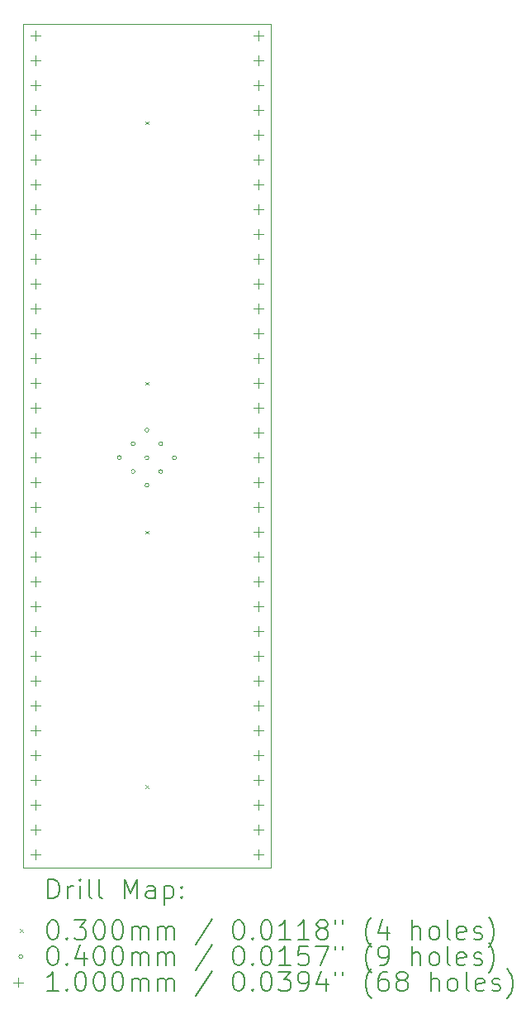
<source format=gbr>
%TF.GenerationSoftware,KiCad,Pcbnew,9.0.6*%
%TF.CreationDate,2026-01-05T15:48:14-06:00*%
%TF.ProjectId,QFN-64_9x9_P0.5,51464e2d-3634-45f3-9978-395f50302e35,rev?*%
%TF.SameCoordinates,Original*%
%TF.FileFunction,Drillmap*%
%TF.FilePolarity,Positive*%
%FSLAX45Y45*%
G04 Gerber Fmt 4.5, Leading zero omitted, Abs format (unit mm)*
G04 Created by KiCad (PCBNEW 9.0.6) date 2026-01-05 15:48:14*
%MOMM*%
%LPD*%
G01*
G04 APERTURE LIST*
%ADD10C,0.050000*%
%ADD11C,0.200000*%
%ADD12C,0.100000*%
G04 APERTURE END LIST*
D10*
X10871200Y-7856623D02*
X13411200Y-7856623D01*
X13411200Y-16492623D01*
X10871200Y-16492623D01*
X10871200Y-7856623D01*
D11*
D12*
X12126200Y-8849600D02*
X12156200Y-8879600D01*
X12156200Y-8849600D02*
X12126200Y-8879600D01*
X12126200Y-11516600D02*
X12156200Y-11546600D01*
X12156200Y-11516600D02*
X12126200Y-11546600D01*
X12126200Y-13040600D02*
X12156200Y-13070600D01*
X12156200Y-13040600D02*
X12126200Y-13070600D01*
X12126200Y-15644100D02*
X12156200Y-15674100D01*
X12156200Y-15644100D02*
X12126200Y-15674100D01*
X11878357Y-12293600D02*
G75*
G02*
X11838357Y-12293600I-20000J0D01*
G01*
X11838357Y-12293600D02*
G75*
G02*
X11878357Y-12293600I20000J0D01*
G01*
X12019779Y-12152179D02*
G75*
G02*
X11979779Y-12152179I-20000J0D01*
G01*
X11979779Y-12152179D02*
G75*
G02*
X12019779Y-12152179I20000J0D01*
G01*
X12019779Y-12435021D02*
G75*
G02*
X11979779Y-12435021I-20000J0D01*
G01*
X11979779Y-12435021D02*
G75*
G02*
X12019779Y-12435021I20000J0D01*
G01*
X12161200Y-12010757D02*
G75*
G02*
X12121200Y-12010757I-20000J0D01*
G01*
X12121200Y-12010757D02*
G75*
G02*
X12161200Y-12010757I20000J0D01*
G01*
X12161200Y-12293600D02*
G75*
G02*
X12121200Y-12293600I-20000J0D01*
G01*
X12121200Y-12293600D02*
G75*
G02*
X12161200Y-12293600I20000J0D01*
G01*
X12161200Y-12576443D02*
G75*
G02*
X12121200Y-12576443I-20000J0D01*
G01*
X12121200Y-12576443D02*
G75*
G02*
X12161200Y-12576443I20000J0D01*
G01*
X12302621Y-12152179D02*
G75*
G02*
X12262621Y-12152179I-20000J0D01*
G01*
X12262621Y-12152179D02*
G75*
G02*
X12302621Y-12152179I20000J0D01*
G01*
X12302621Y-12435021D02*
G75*
G02*
X12262621Y-12435021I-20000J0D01*
G01*
X12262621Y-12435021D02*
G75*
G02*
X12302621Y-12435021I20000J0D01*
G01*
X12444043Y-12293600D02*
G75*
G02*
X12404043Y-12293600I-20000J0D01*
G01*
X12404043Y-12293600D02*
G75*
G02*
X12444043Y-12293600I20000J0D01*
G01*
X10998200Y-7925600D02*
X10998200Y-8025600D01*
X10948200Y-7975600D02*
X11048200Y-7975600D01*
X10998200Y-8179600D02*
X10998200Y-8279600D01*
X10948200Y-8229600D02*
X11048200Y-8229600D01*
X10998200Y-8433600D02*
X10998200Y-8533600D01*
X10948200Y-8483600D02*
X11048200Y-8483600D01*
X10998200Y-8687600D02*
X10998200Y-8787600D01*
X10948200Y-8737600D02*
X11048200Y-8737600D01*
X10998200Y-8941600D02*
X10998200Y-9041600D01*
X10948200Y-8991600D02*
X11048200Y-8991600D01*
X10998200Y-9195600D02*
X10998200Y-9295600D01*
X10948200Y-9245600D02*
X11048200Y-9245600D01*
X10998200Y-9449600D02*
X10998200Y-9549600D01*
X10948200Y-9499600D02*
X11048200Y-9499600D01*
X10998200Y-9703600D02*
X10998200Y-9803600D01*
X10948200Y-9753600D02*
X11048200Y-9753600D01*
X10998200Y-9957600D02*
X10998200Y-10057600D01*
X10948200Y-10007600D02*
X11048200Y-10007600D01*
X10998200Y-10211600D02*
X10998200Y-10311600D01*
X10948200Y-10261600D02*
X11048200Y-10261600D01*
X10998200Y-10465600D02*
X10998200Y-10565600D01*
X10948200Y-10515600D02*
X11048200Y-10515600D01*
X10998200Y-10719600D02*
X10998200Y-10819600D01*
X10948200Y-10769600D02*
X11048200Y-10769600D01*
X10998200Y-10973600D02*
X10998200Y-11073600D01*
X10948200Y-11023600D02*
X11048200Y-11023600D01*
X10998200Y-11227600D02*
X10998200Y-11327600D01*
X10948200Y-11277600D02*
X11048200Y-11277600D01*
X10998200Y-11481600D02*
X10998200Y-11581600D01*
X10948200Y-11531600D02*
X11048200Y-11531600D01*
X10998200Y-11735600D02*
X10998200Y-11835600D01*
X10948200Y-11785600D02*
X11048200Y-11785600D01*
X10998200Y-11989600D02*
X10998200Y-12089600D01*
X10948200Y-12039600D02*
X11048200Y-12039600D01*
X10998200Y-12243600D02*
X10998200Y-12343600D01*
X10948200Y-12293600D02*
X11048200Y-12293600D01*
X10998200Y-12497600D02*
X10998200Y-12597600D01*
X10948200Y-12547600D02*
X11048200Y-12547600D01*
X10998200Y-12751600D02*
X10998200Y-12851600D01*
X10948200Y-12801600D02*
X11048200Y-12801600D01*
X10998200Y-13005600D02*
X10998200Y-13105600D01*
X10948200Y-13055600D02*
X11048200Y-13055600D01*
X10998200Y-13259600D02*
X10998200Y-13359600D01*
X10948200Y-13309600D02*
X11048200Y-13309600D01*
X10998200Y-13513600D02*
X10998200Y-13613600D01*
X10948200Y-13563600D02*
X11048200Y-13563600D01*
X10998200Y-13767600D02*
X10998200Y-13867600D01*
X10948200Y-13817600D02*
X11048200Y-13817600D01*
X10998200Y-14021600D02*
X10998200Y-14121600D01*
X10948200Y-14071600D02*
X11048200Y-14071600D01*
X10998200Y-14275600D02*
X10998200Y-14375600D01*
X10948200Y-14325600D02*
X11048200Y-14325600D01*
X10998200Y-14529600D02*
X10998200Y-14629600D01*
X10948200Y-14579600D02*
X11048200Y-14579600D01*
X10998200Y-14783600D02*
X10998200Y-14883600D01*
X10948200Y-14833600D02*
X11048200Y-14833600D01*
X10998200Y-15037600D02*
X10998200Y-15137600D01*
X10948200Y-15087600D02*
X11048200Y-15087600D01*
X10998200Y-15291600D02*
X10998200Y-15391600D01*
X10948200Y-15341600D02*
X11048200Y-15341600D01*
X10998200Y-15545600D02*
X10998200Y-15645600D01*
X10948200Y-15595600D02*
X11048200Y-15595600D01*
X10998200Y-15799600D02*
X10998200Y-15899600D01*
X10948200Y-15849600D02*
X11048200Y-15849600D01*
X10998200Y-16053600D02*
X10998200Y-16153600D01*
X10948200Y-16103600D02*
X11048200Y-16103600D01*
X10998200Y-16307600D02*
X10998200Y-16407600D01*
X10948200Y-16357600D02*
X11048200Y-16357600D01*
X13284200Y-7925600D02*
X13284200Y-8025600D01*
X13234200Y-7975600D02*
X13334200Y-7975600D01*
X13284200Y-8179600D02*
X13284200Y-8279600D01*
X13234200Y-8229600D02*
X13334200Y-8229600D01*
X13284200Y-8433600D02*
X13284200Y-8533600D01*
X13234200Y-8483600D02*
X13334200Y-8483600D01*
X13284200Y-8687600D02*
X13284200Y-8787600D01*
X13234200Y-8737600D02*
X13334200Y-8737600D01*
X13284200Y-8941600D02*
X13284200Y-9041600D01*
X13234200Y-8991600D02*
X13334200Y-8991600D01*
X13284200Y-9195600D02*
X13284200Y-9295600D01*
X13234200Y-9245600D02*
X13334200Y-9245600D01*
X13284200Y-9449600D02*
X13284200Y-9549600D01*
X13234200Y-9499600D02*
X13334200Y-9499600D01*
X13284200Y-9703600D02*
X13284200Y-9803600D01*
X13234200Y-9753600D02*
X13334200Y-9753600D01*
X13284200Y-9957600D02*
X13284200Y-10057600D01*
X13234200Y-10007600D02*
X13334200Y-10007600D01*
X13284200Y-10211600D02*
X13284200Y-10311600D01*
X13234200Y-10261600D02*
X13334200Y-10261600D01*
X13284200Y-10465600D02*
X13284200Y-10565600D01*
X13234200Y-10515600D02*
X13334200Y-10515600D01*
X13284200Y-10719600D02*
X13284200Y-10819600D01*
X13234200Y-10769600D02*
X13334200Y-10769600D01*
X13284200Y-10973600D02*
X13284200Y-11073600D01*
X13234200Y-11023600D02*
X13334200Y-11023600D01*
X13284200Y-11227600D02*
X13284200Y-11327600D01*
X13234200Y-11277600D02*
X13334200Y-11277600D01*
X13284200Y-11481600D02*
X13284200Y-11581600D01*
X13234200Y-11531600D02*
X13334200Y-11531600D01*
X13284200Y-11735600D02*
X13284200Y-11835600D01*
X13234200Y-11785600D02*
X13334200Y-11785600D01*
X13284200Y-11989600D02*
X13284200Y-12089600D01*
X13234200Y-12039600D02*
X13334200Y-12039600D01*
X13284200Y-12243600D02*
X13284200Y-12343600D01*
X13234200Y-12293600D02*
X13334200Y-12293600D01*
X13284200Y-12497600D02*
X13284200Y-12597600D01*
X13234200Y-12547600D02*
X13334200Y-12547600D01*
X13284200Y-12751600D02*
X13284200Y-12851600D01*
X13234200Y-12801600D02*
X13334200Y-12801600D01*
X13284200Y-13005600D02*
X13284200Y-13105600D01*
X13234200Y-13055600D02*
X13334200Y-13055600D01*
X13284200Y-13259600D02*
X13284200Y-13359600D01*
X13234200Y-13309600D02*
X13334200Y-13309600D01*
X13284200Y-13513600D02*
X13284200Y-13613600D01*
X13234200Y-13563600D02*
X13334200Y-13563600D01*
X13284200Y-13767600D02*
X13284200Y-13867600D01*
X13234200Y-13817600D02*
X13334200Y-13817600D01*
X13284200Y-14021600D02*
X13284200Y-14121600D01*
X13234200Y-14071600D02*
X13334200Y-14071600D01*
X13284200Y-14275600D02*
X13284200Y-14375600D01*
X13234200Y-14325600D02*
X13334200Y-14325600D01*
X13284200Y-14529600D02*
X13284200Y-14629600D01*
X13234200Y-14579600D02*
X13334200Y-14579600D01*
X13284200Y-14783600D02*
X13284200Y-14883600D01*
X13234200Y-14833600D02*
X13334200Y-14833600D01*
X13284200Y-15037600D02*
X13284200Y-15137600D01*
X13234200Y-15087600D02*
X13334200Y-15087600D01*
X13284200Y-15291600D02*
X13284200Y-15391600D01*
X13234200Y-15341600D02*
X13334200Y-15341600D01*
X13284200Y-15545600D02*
X13284200Y-15645600D01*
X13234200Y-15595600D02*
X13334200Y-15595600D01*
X13284200Y-15799600D02*
X13284200Y-15899600D01*
X13234200Y-15849600D02*
X13334200Y-15849600D01*
X13284200Y-16053600D02*
X13284200Y-16153600D01*
X13234200Y-16103600D02*
X13334200Y-16103600D01*
X13284200Y-16307600D02*
X13284200Y-16407600D01*
X13234200Y-16357600D02*
X13334200Y-16357600D01*
D11*
X11129477Y-16806607D02*
X11129477Y-16606607D01*
X11129477Y-16606607D02*
X11177096Y-16606607D01*
X11177096Y-16606607D02*
X11205667Y-16616131D01*
X11205667Y-16616131D02*
X11224715Y-16635178D01*
X11224715Y-16635178D02*
X11234239Y-16654226D01*
X11234239Y-16654226D02*
X11243762Y-16692321D01*
X11243762Y-16692321D02*
X11243762Y-16720892D01*
X11243762Y-16720892D02*
X11234239Y-16758988D01*
X11234239Y-16758988D02*
X11224715Y-16778035D01*
X11224715Y-16778035D02*
X11205667Y-16797083D01*
X11205667Y-16797083D02*
X11177096Y-16806607D01*
X11177096Y-16806607D02*
X11129477Y-16806607D01*
X11329477Y-16806607D02*
X11329477Y-16673273D01*
X11329477Y-16711369D02*
X11339001Y-16692321D01*
X11339001Y-16692321D02*
X11348524Y-16682797D01*
X11348524Y-16682797D02*
X11367572Y-16673273D01*
X11367572Y-16673273D02*
X11386620Y-16673273D01*
X11453286Y-16806607D02*
X11453286Y-16673273D01*
X11453286Y-16606607D02*
X11443762Y-16616131D01*
X11443762Y-16616131D02*
X11453286Y-16625654D01*
X11453286Y-16625654D02*
X11462810Y-16616131D01*
X11462810Y-16616131D02*
X11453286Y-16606607D01*
X11453286Y-16606607D02*
X11453286Y-16625654D01*
X11577096Y-16806607D02*
X11558048Y-16797083D01*
X11558048Y-16797083D02*
X11548524Y-16778035D01*
X11548524Y-16778035D02*
X11548524Y-16606607D01*
X11681858Y-16806607D02*
X11662810Y-16797083D01*
X11662810Y-16797083D02*
X11653286Y-16778035D01*
X11653286Y-16778035D02*
X11653286Y-16606607D01*
X11910429Y-16806607D02*
X11910429Y-16606607D01*
X11910429Y-16606607D02*
X11977096Y-16749464D01*
X11977096Y-16749464D02*
X12043762Y-16606607D01*
X12043762Y-16606607D02*
X12043762Y-16806607D01*
X12224715Y-16806607D02*
X12224715Y-16701845D01*
X12224715Y-16701845D02*
X12215191Y-16682797D01*
X12215191Y-16682797D02*
X12196143Y-16673273D01*
X12196143Y-16673273D02*
X12158048Y-16673273D01*
X12158048Y-16673273D02*
X12139001Y-16682797D01*
X12224715Y-16797083D02*
X12205667Y-16806607D01*
X12205667Y-16806607D02*
X12158048Y-16806607D01*
X12158048Y-16806607D02*
X12139001Y-16797083D01*
X12139001Y-16797083D02*
X12129477Y-16778035D01*
X12129477Y-16778035D02*
X12129477Y-16758988D01*
X12129477Y-16758988D02*
X12139001Y-16739940D01*
X12139001Y-16739940D02*
X12158048Y-16730416D01*
X12158048Y-16730416D02*
X12205667Y-16730416D01*
X12205667Y-16730416D02*
X12224715Y-16720892D01*
X12319953Y-16673273D02*
X12319953Y-16873273D01*
X12319953Y-16682797D02*
X12339001Y-16673273D01*
X12339001Y-16673273D02*
X12377096Y-16673273D01*
X12377096Y-16673273D02*
X12396143Y-16682797D01*
X12396143Y-16682797D02*
X12405667Y-16692321D01*
X12405667Y-16692321D02*
X12415191Y-16711369D01*
X12415191Y-16711369D02*
X12415191Y-16768511D01*
X12415191Y-16768511D02*
X12405667Y-16787559D01*
X12405667Y-16787559D02*
X12396143Y-16797083D01*
X12396143Y-16797083D02*
X12377096Y-16806607D01*
X12377096Y-16806607D02*
X12339001Y-16806607D01*
X12339001Y-16806607D02*
X12319953Y-16797083D01*
X12500905Y-16787559D02*
X12510429Y-16797083D01*
X12510429Y-16797083D02*
X12500905Y-16806607D01*
X12500905Y-16806607D02*
X12491382Y-16797083D01*
X12491382Y-16797083D02*
X12500905Y-16787559D01*
X12500905Y-16787559D02*
X12500905Y-16806607D01*
X12500905Y-16682797D02*
X12510429Y-16692321D01*
X12510429Y-16692321D02*
X12500905Y-16701845D01*
X12500905Y-16701845D02*
X12491382Y-16692321D01*
X12491382Y-16692321D02*
X12500905Y-16682797D01*
X12500905Y-16682797D02*
X12500905Y-16701845D01*
D12*
X10838700Y-17120123D02*
X10868700Y-17150123D01*
X10868700Y-17120123D02*
X10838700Y-17150123D01*
D11*
X11167572Y-17026607D02*
X11186620Y-17026607D01*
X11186620Y-17026607D02*
X11205667Y-17036131D01*
X11205667Y-17036131D02*
X11215191Y-17045654D01*
X11215191Y-17045654D02*
X11224715Y-17064702D01*
X11224715Y-17064702D02*
X11234239Y-17102797D01*
X11234239Y-17102797D02*
X11234239Y-17150416D01*
X11234239Y-17150416D02*
X11224715Y-17188512D01*
X11224715Y-17188512D02*
X11215191Y-17207559D01*
X11215191Y-17207559D02*
X11205667Y-17217083D01*
X11205667Y-17217083D02*
X11186620Y-17226607D01*
X11186620Y-17226607D02*
X11167572Y-17226607D01*
X11167572Y-17226607D02*
X11148524Y-17217083D01*
X11148524Y-17217083D02*
X11139001Y-17207559D01*
X11139001Y-17207559D02*
X11129477Y-17188512D01*
X11129477Y-17188512D02*
X11119953Y-17150416D01*
X11119953Y-17150416D02*
X11119953Y-17102797D01*
X11119953Y-17102797D02*
X11129477Y-17064702D01*
X11129477Y-17064702D02*
X11139001Y-17045654D01*
X11139001Y-17045654D02*
X11148524Y-17036131D01*
X11148524Y-17036131D02*
X11167572Y-17026607D01*
X11319953Y-17207559D02*
X11329477Y-17217083D01*
X11329477Y-17217083D02*
X11319953Y-17226607D01*
X11319953Y-17226607D02*
X11310429Y-17217083D01*
X11310429Y-17217083D02*
X11319953Y-17207559D01*
X11319953Y-17207559D02*
X11319953Y-17226607D01*
X11396143Y-17026607D02*
X11519953Y-17026607D01*
X11519953Y-17026607D02*
X11453286Y-17102797D01*
X11453286Y-17102797D02*
X11481858Y-17102797D01*
X11481858Y-17102797D02*
X11500905Y-17112321D01*
X11500905Y-17112321D02*
X11510429Y-17121845D01*
X11510429Y-17121845D02*
X11519953Y-17140893D01*
X11519953Y-17140893D02*
X11519953Y-17188512D01*
X11519953Y-17188512D02*
X11510429Y-17207559D01*
X11510429Y-17207559D02*
X11500905Y-17217083D01*
X11500905Y-17217083D02*
X11481858Y-17226607D01*
X11481858Y-17226607D02*
X11424715Y-17226607D01*
X11424715Y-17226607D02*
X11405667Y-17217083D01*
X11405667Y-17217083D02*
X11396143Y-17207559D01*
X11643762Y-17026607D02*
X11662810Y-17026607D01*
X11662810Y-17026607D02*
X11681858Y-17036131D01*
X11681858Y-17036131D02*
X11691382Y-17045654D01*
X11691382Y-17045654D02*
X11700905Y-17064702D01*
X11700905Y-17064702D02*
X11710429Y-17102797D01*
X11710429Y-17102797D02*
X11710429Y-17150416D01*
X11710429Y-17150416D02*
X11700905Y-17188512D01*
X11700905Y-17188512D02*
X11691382Y-17207559D01*
X11691382Y-17207559D02*
X11681858Y-17217083D01*
X11681858Y-17217083D02*
X11662810Y-17226607D01*
X11662810Y-17226607D02*
X11643762Y-17226607D01*
X11643762Y-17226607D02*
X11624715Y-17217083D01*
X11624715Y-17217083D02*
X11615191Y-17207559D01*
X11615191Y-17207559D02*
X11605667Y-17188512D01*
X11605667Y-17188512D02*
X11596143Y-17150416D01*
X11596143Y-17150416D02*
X11596143Y-17102797D01*
X11596143Y-17102797D02*
X11605667Y-17064702D01*
X11605667Y-17064702D02*
X11615191Y-17045654D01*
X11615191Y-17045654D02*
X11624715Y-17036131D01*
X11624715Y-17036131D02*
X11643762Y-17026607D01*
X11834239Y-17026607D02*
X11853286Y-17026607D01*
X11853286Y-17026607D02*
X11872334Y-17036131D01*
X11872334Y-17036131D02*
X11881858Y-17045654D01*
X11881858Y-17045654D02*
X11891382Y-17064702D01*
X11891382Y-17064702D02*
X11900905Y-17102797D01*
X11900905Y-17102797D02*
X11900905Y-17150416D01*
X11900905Y-17150416D02*
X11891382Y-17188512D01*
X11891382Y-17188512D02*
X11881858Y-17207559D01*
X11881858Y-17207559D02*
X11872334Y-17217083D01*
X11872334Y-17217083D02*
X11853286Y-17226607D01*
X11853286Y-17226607D02*
X11834239Y-17226607D01*
X11834239Y-17226607D02*
X11815191Y-17217083D01*
X11815191Y-17217083D02*
X11805667Y-17207559D01*
X11805667Y-17207559D02*
X11796143Y-17188512D01*
X11796143Y-17188512D02*
X11786620Y-17150416D01*
X11786620Y-17150416D02*
X11786620Y-17102797D01*
X11786620Y-17102797D02*
X11796143Y-17064702D01*
X11796143Y-17064702D02*
X11805667Y-17045654D01*
X11805667Y-17045654D02*
X11815191Y-17036131D01*
X11815191Y-17036131D02*
X11834239Y-17026607D01*
X11986620Y-17226607D02*
X11986620Y-17093273D01*
X11986620Y-17112321D02*
X11996143Y-17102797D01*
X11996143Y-17102797D02*
X12015191Y-17093273D01*
X12015191Y-17093273D02*
X12043763Y-17093273D01*
X12043763Y-17093273D02*
X12062810Y-17102797D01*
X12062810Y-17102797D02*
X12072334Y-17121845D01*
X12072334Y-17121845D02*
X12072334Y-17226607D01*
X12072334Y-17121845D02*
X12081858Y-17102797D01*
X12081858Y-17102797D02*
X12100905Y-17093273D01*
X12100905Y-17093273D02*
X12129477Y-17093273D01*
X12129477Y-17093273D02*
X12148524Y-17102797D01*
X12148524Y-17102797D02*
X12158048Y-17121845D01*
X12158048Y-17121845D02*
X12158048Y-17226607D01*
X12253286Y-17226607D02*
X12253286Y-17093273D01*
X12253286Y-17112321D02*
X12262810Y-17102797D01*
X12262810Y-17102797D02*
X12281858Y-17093273D01*
X12281858Y-17093273D02*
X12310429Y-17093273D01*
X12310429Y-17093273D02*
X12329477Y-17102797D01*
X12329477Y-17102797D02*
X12339001Y-17121845D01*
X12339001Y-17121845D02*
X12339001Y-17226607D01*
X12339001Y-17121845D02*
X12348524Y-17102797D01*
X12348524Y-17102797D02*
X12367572Y-17093273D01*
X12367572Y-17093273D02*
X12396143Y-17093273D01*
X12396143Y-17093273D02*
X12415191Y-17102797D01*
X12415191Y-17102797D02*
X12424715Y-17121845D01*
X12424715Y-17121845D02*
X12424715Y-17226607D01*
X12815191Y-17017083D02*
X12643763Y-17274226D01*
X13072334Y-17026607D02*
X13091382Y-17026607D01*
X13091382Y-17026607D02*
X13110429Y-17036131D01*
X13110429Y-17036131D02*
X13119953Y-17045654D01*
X13119953Y-17045654D02*
X13129477Y-17064702D01*
X13129477Y-17064702D02*
X13139001Y-17102797D01*
X13139001Y-17102797D02*
X13139001Y-17150416D01*
X13139001Y-17150416D02*
X13129477Y-17188512D01*
X13129477Y-17188512D02*
X13119953Y-17207559D01*
X13119953Y-17207559D02*
X13110429Y-17217083D01*
X13110429Y-17217083D02*
X13091382Y-17226607D01*
X13091382Y-17226607D02*
X13072334Y-17226607D01*
X13072334Y-17226607D02*
X13053286Y-17217083D01*
X13053286Y-17217083D02*
X13043763Y-17207559D01*
X13043763Y-17207559D02*
X13034239Y-17188512D01*
X13034239Y-17188512D02*
X13024715Y-17150416D01*
X13024715Y-17150416D02*
X13024715Y-17102797D01*
X13024715Y-17102797D02*
X13034239Y-17064702D01*
X13034239Y-17064702D02*
X13043763Y-17045654D01*
X13043763Y-17045654D02*
X13053286Y-17036131D01*
X13053286Y-17036131D02*
X13072334Y-17026607D01*
X13224715Y-17207559D02*
X13234239Y-17217083D01*
X13234239Y-17217083D02*
X13224715Y-17226607D01*
X13224715Y-17226607D02*
X13215191Y-17217083D01*
X13215191Y-17217083D02*
X13224715Y-17207559D01*
X13224715Y-17207559D02*
X13224715Y-17226607D01*
X13358048Y-17026607D02*
X13377096Y-17026607D01*
X13377096Y-17026607D02*
X13396144Y-17036131D01*
X13396144Y-17036131D02*
X13405667Y-17045654D01*
X13405667Y-17045654D02*
X13415191Y-17064702D01*
X13415191Y-17064702D02*
X13424715Y-17102797D01*
X13424715Y-17102797D02*
X13424715Y-17150416D01*
X13424715Y-17150416D02*
X13415191Y-17188512D01*
X13415191Y-17188512D02*
X13405667Y-17207559D01*
X13405667Y-17207559D02*
X13396144Y-17217083D01*
X13396144Y-17217083D02*
X13377096Y-17226607D01*
X13377096Y-17226607D02*
X13358048Y-17226607D01*
X13358048Y-17226607D02*
X13339001Y-17217083D01*
X13339001Y-17217083D02*
X13329477Y-17207559D01*
X13329477Y-17207559D02*
X13319953Y-17188512D01*
X13319953Y-17188512D02*
X13310429Y-17150416D01*
X13310429Y-17150416D02*
X13310429Y-17102797D01*
X13310429Y-17102797D02*
X13319953Y-17064702D01*
X13319953Y-17064702D02*
X13329477Y-17045654D01*
X13329477Y-17045654D02*
X13339001Y-17036131D01*
X13339001Y-17036131D02*
X13358048Y-17026607D01*
X13615191Y-17226607D02*
X13500906Y-17226607D01*
X13558048Y-17226607D02*
X13558048Y-17026607D01*
X13558048Y-17026607D02*
X13539001Y-17055178D01*
X13539001Y-17055178D02*
X13519953Y-17074226D01*
X13519953Y-17074226D02*
X13500906Y-17083750D01*
X13805667Y-17226607D02*
X13691382Y-17226607D01*
X13748525Y-17226607D02*
X13748525Y-17026607D01*
X13748525Y-17026607D02*
X13729477Y-17055178D01*
X13729477Y-17055178D02*
X13710429Y-17074226D01*
X13710429Y-17074226D02*
X13691382Y-17083750D01*
X13919953Y-17112321D02*
X13900906Y-17102797D01*
X13900906Y-17102797D02*
X13891382Y-17093273D01*
X13891382Y-17093273D02*
X13881858Y-17074226D01*
X13881858Y-17074226D02*
X13881858Y-17064702D01*
X13881858Y-17064702D02*
X13891382Y-17045654D01*
X13891382Y-17045654D02*
X13900906Y-17036131D01*
X13900906Y-17036131D02*
X13919953Y-17026607D01*
X13919953Y-17026607D02*
X13958048Y-17026607D01*
X13958048Y-17026607D02*
X13977096Y-17036131D01*
X13977096Y-17036131D02*
X13986620Y-17045654D01*
X13986620Y-17045654D02*
X13996144Y-17064702D01*
X13996144Y-17064702D02*
X13996144Y-17074226D01*
X13996144Y-17074226D02*
X13986620Y-17093273D01*
X13986620Y-17093273D02*
X13977096Y-17102797D01*
X13977096Y-17102797D02*
X13958048Y-17112321D01*
X13958048Y-17112321D02*
X13919953Y-17112321D01*
X13919953Y-17112321D02*
X13900906Y-17121845D01*
X13900906Y-17121845D02*
X13891382Y-17131369D01*
X13891382Y-17131369D02*
X13881858Y-17150416D01*
X13881858Y-17150416D02*
X13881858Y-17188512D01*
X13881858Y-17188512D02*
X13891382Y-17207559D01*
X13891382Y-17207559D02*
X13900906Y-17217083D01*
X13900906Y-17217083D02*
X13919953Y-17226607D01*
X13919953Y-17226607D02*
X13958048Y-17226607D01*
X13958048Y-17226607D02*
X13977096Y-17217083D01*
X13977096Y-17217083D02*
X13986620Y-17207559D01*
X13986620Y-17207559D02*
X13996144Y-17188512D01*
X13996144Y-17188512D02*
X13996144Y-17150416D01*
X13996144Y-17150416D02*
X13986620Y-17131369D01*
X13986620Y-17131369D02*
X13977096Y-17121845D01*
X13977096Y-17121845D02*
X13958048Y-17112321D01*
X14072334Y-17026607D02*
X14072334Y-17064702D01*
X14148525Y-17026607D02*
X14148525Y-17064702D01*
X14443763Y-17302797D02*
X14434239Y-17293273D01*
X14434239Y-17293273D02*
X14415191Y-17264702D01*
X14415191Y-17264702D02*
X14405668Y-17245654D01*
X14405668Y-17245654D02*
X14396144Y-17217083D01*
X14396144Y-17217083D02*
X14386620Y-17169464D01*
X14386620Y-17169464D02*
X14386620Y-17131369D01*
X14386620Y-17131369D02*
X14396144Y-17083750D01*
X14396144Y-17083750D02*
X14405668Y-17055178D01*
X14405668Y-17055178D02*
X14415191Y-17036131D01*
X14415191Y-17036131D02*
X14434239Y-17007559D01*
X14434239Y-17007559D02*
X14443763Y-16998035D01*
X14605668Y-17093273D02*
X14605668Y-17226607D01*
X14558048Y-17017083D02*
X14510429Y-17159940D01*
X14510429Y-17159940D02*
X14634239Y-17159940D01*
X14862810Y-17226607D02*
X14862810Y-17026607D01*
X14948525Y-17226607D02*
X14948525Y-17121845D01*
X14948525Y-17121845D02*
X14939001Y-17102797D01*
X14939001Y-17102797D02*
X14919953Y-17093273D01*
X14919953Y-17093273D02*
X14891382Y-17093273D01*
X14891382Y-17093273D02*
X14872334Y-17102797D01*
X14872334Y-17102797D02*
X14862810Y-17112321D01*
X15072334Y-17226607D02*
X15053287Y-17217083D01*
X15053287Y-17217083D02*
X15043763Y-17207559D01*
X15043763Y-17207559D02*
X15034239Y-17188512D01*
X15034239Y-17188512D02*
X15034239Y-17131369D01*
X15034239Y-17131369D02*
X15043763Y-17112321D01*
X15043763Y-17112321D02*
X15053287Y-17102797D01*
X15053287Y-17102797D02*
X15072334Y-17093273D01*
X15072334Y-17093273D02*
X15100906Y-17093273D01*
X15100906Y-17093273D02*
X15119953Y-17102797D01*
X15119953Y-17102797D02*
X15129477Y-17112321D01*
X15129477Y-17112321D02*
X15139001Y-17131369D01*
X15139001Y-17131369D02*
X15139001Y-17188512D01*
X15139001Y-17188512D02*
X15129477Y-17207559D01*
X15129477Y-17207559D02*
X15119953Y-17217083D01*
X15119953Y-17217083D02*
X15100906Y-17226607D01*
X15100906Y-17226607D02*
X15072334Y-17226607D01*
X15253287Y-17226607D02*
X15234239Y-17217083D01*
X15234239Y-17217083D02*
X15224715Y-17198035D01*
X15224715Y-17198035D02*
X15224715Y-17026607D01*
X15405668Y-17217083D02*
X15386620Y-17226607D01*
X15386620Y-17226607D02*
X15348525Y-17226607D01*
X15348525Y-17226607D02*
X15329477Y-17217083D01*
X15329477Y-17217083D02*
X15319953Y-17198035D01*
X15319953Y-17198035D02*
X15319953Y-17121845D01*
X15319953Y-17121845D02*
X15329477Y-17102797D01*
X15329477Y-17102797D02*
X15348525Y-17093273D01*
X15348525Y-17093273D02*
X15386620Y-17093273D01*
X15386620Y-17093273D02*
X15405668Y-17102797D01*
X15405668Y-17102797D02*
X15415191Y-17121845D01*
X15415191Y-17121845D02*
X15415191Y-17140893D01*
X15415191Y-17140893D02*
X15319953Y-17159940D01*
X15491382Y-17217083D02*
X15510430Y-17226607D01*
X15510430Y-17226607D02*
X15548525Y-17226607D01*
X15548525Y-17226607D02*
X15567572Y-17217083D01*
X15567572Y-17217083D02*
X15577096Y-17198035D01*
X15577096Y-17198035D02*
X15577096Y-17188512D01*
X15577096Y-17188512D02*
X15567572Y-17169464D01*
X15567572Y-17169464D02*
X15548525Y-17159940D01*
X15548525Y-17159940D02*
X15519953Y-17159940D01*
X15519953Y-17159940D02*
X15500906Y-17150416D01*
X15500906Y-17150416D02*
X15491382Y-17131369D01*
X15491382Y-17131369D02*
X15491382Y-17121845D01*
X15491382Y-17121845D02*
X15500906Y-17102797D01*
X15500906Y-17102797D02*
X15519953Y-17093273D01*
X15519953Y-17093273D02*
X15548525Y-17093273D01*
X15548525Y-17093273D02*
X15567572Y-17102797D01*
X15643763Y-17302797D02*
X15653287Y-17293273D01*
X15653287Y-17293273D02*
X15672334Y-17264702D01*
X15672334Y-17264702D02*
X15681858Y-17245654D01*
X15681858Y-17245654D02*
X15691382Y-17217083D01*
X15691382Y-17217083D02*
X15700906Y-17169464D01*
X15700906Y-17169464D02*
X15700906Y-17131369D01*
X15700906Y-17131369D02*
X15691382Y-17083750D01*
X15691382Y-17083750D02*
X15681858Y-17055178D01*
X15681858Y-17055178D02*
X15672334Y-17036131D01*
X15672334Y-17036131D02*
X15653287Y-17007559D01*
X15653287Y-17007559D02*
X15643763Y-16998035D01*
D12*
X10868700Y-17399123D02*
G75*
G02*
X10828700Y-17399123I-20000J0D01*
G01*
X10828700Y-17399123D02*
G75*
G02*
X10868700Y-17399123I20000J0D01*
G01*
D11*
X11167572Y-17290607D02*
X11186620Y-17290607D01*
X11186620Y-17290607D02*
X11205667Y-17300131D01*
X11205667Y-17300131D02*
X11215191Y-17309654D01*
X11215191Y-17309654D02*
X11224715Y-17328702D01*
X11224715Y-17328702D02*
X11234239Y-17366797D01*
X11234239Y-17366797D02*
X11234239Y-17414416D01*
X11234239Y-17414416D02*
X11224715Y-17452512D01*
X11224715Y-17452512D02*
X11215191Y-17471559D01*
X11215191Y-17471559D02*
X11205667Y-17481083D01*
X11205667Y-17481083D02*
X11186620Y-17490607D01*
X11186620Y-17490607D02*
X11167572Y-17490607D01*
X11167572Y-17490607D02*
X11148524Y-17481083D01*
X11148524Y-17481083D02*
X11139001Y-17471559D01*
X11139001Y-17471559D02*
X11129477Y-17452512D01*
X11129477Y-17452512D02*
X11119953Y-17414416D01*
X11119953Y-17414416D02*
X11119953Y-17366797D01*
X11119953Y-17366797D02*
X11129477Y-17328702D01*
X11129477Y-17328702D02*
X11139001Y-17309654D01*
X11139001Y-17309654D02*
X11148524Y-17300131D01*
X11148524Y-17300131D02*
X11167572Y-17290607D01*
X11319953Y-17471559D02*
X11329477Y-17481083D01*
X11329477Y-17481083D02*
X11319953Y-17490607D01*
X11319953Y-17490607D02*
X11310429Y-17481083D01*
X11310429Y-17481083D02*
X11319953Y-17471559D01*
X11319953Y-17471559D02*
X11319953Y-17490607D01*
X11500905Y-17357273D02*
X11500905Y-17490607D01*
X11453286Y-17281083D02*
X11405667Y-17423940D01*
X11405667Y-17423940D02*
X11529477Y-17423940D01*
X11643762Y-17290607D02*
X11662810Y-17290607D01*
X11662810Y-17290607D02*
X11681858Y-17300131D01*
X11681858Y-17300131D02*
X11691382Y-17309654D01*
X11691382Y-17309654D02*
X11700905Y-17328702D01*
X11700905Y-17328702D02*
X11710429Y-17366797D01*
X11710429Y-17366797D02*
X11710429Y-17414416D01*
X11710429Y-17414416D02*
X11700905Y-17452512D01*
X11700905Y-17452512D02*
X11691382Y-17471559D01*
X11691382Y-17471559D02*
X11681858Y-17481083D01*
X11681858Y-17481083D02*
X11662810Y-17490607D01*
X11662810Y-17490607D02*
X11643762Y-17490607D01*
X11643762Y-17490607D02*
X11624715Y-17481083D01*
X11624715Y-17481083D02*
X11615191Y-17471559D01*
X11615191Y-17471559D02*
X11605667Y-17452512D01*
X11605667Y-17452512D02*
X11596143Y-17414416D01*
X11596143Y-17414416D02*
X11596143Y-17366797D01*
X11596143Y-17366797D02*
X11605667Y-17328702D01*
X11605667Y-17328702D02*
X11615191Y-17309654D01*
X11615191Y-17309654D02*
X11624715Y-17300131D01*
X11624715Y-17300131D02*
X11643762Y-17290607D01*
X11834239Y-17290607D02*
X11853286Y-17290607D01*
X11853286Y-17290607D02*
X11872334Y-17300131D01*
X11872334Y-17300131D02*
X11881858Y-17309654D01*
X11881858Y-17309654D02*
X11891382Y-17328702D01*
X11891382Y-17328702D02*
X11900905Y-17366797D01*
X11900905Y-17366797D02*
X11900905Y-17414416D01*
X11900905Y-17414416D02*
X11891382Y-17452512D01*
X11891382Y-17452512D02*
X11881858Y-17471559D01*
X11881858Y-17471559D02*
X11872334Y-17481083D01*
X11872334Y-17481083D02*
X11853286Y-17490607D01*
X11853286Y-17490607D02*
X11834239Y-17490607D01*
X11834239Y-17490607D02*
X11815191Y-17481083D01*
X11815191Y-17481083D02*
X11805667Y-17471559D01*
X11805667Y-17471559D02*
X11796143Y-17452512D01*
X11796143Y-17452512D02*
X11786620Y-17414416D01*
X11786620Y-17414416D02*
X11786620Y-17366797D01*
X11786620Y-17366797D02*
X11796143Y-17328702D01*
X11796143Y-17328702D02*
X11805667Y-17309654D01*
X11805667Y-17309654D02*
X11815191Y-17300131D01*
X11815191Y-17300131D02*
X11834239Y-17290607D01*
X11986620Y-17490607D02*
X11986620Y-17357273D01*
X11986620Y-17376321D02*
X11996143Y-17366797D01*
X11996143Y-17366797D02*
X12015191Y-17357273D01*
X12015191Y-17357273D02*
X12043763Y-17357273D01*
X12043763Y-17357273D02*
X12062810Y-17366797D01*
X12062810Y-17366797D02*
X12072334Y-17385845D01*
X12072334Y-17385845D02*
X12072334Y-17490607D01*
X12072334Y-17385845D02*
X12081858Y-17366797D01*
X12081858Y-17366797D02*
X12100905Y-17357273D01*
X12100905Y-17357273D02*
X12129477Y-17357273D01*
X12129477Y-17357273D02*
X12148524Y-17366797D01*
X12148524Y-17366797D02*
X12158048Y-17385845D01*
X12158048Y-17385845D02*
X12158048Y-17490607D01*
X12253286Y-17490607D02*
X12253286Y-17357273D01*
X12253286Y-17376321D02*
X12262810Y-17366797D01*
X12262810Y-17366797D02*
X12281858Y-17357273D01*
X12281858Y-17357273D02*
X12310429Y-17357273D01*
X12310429Y-17357273D02*
X12329477Y-17366797D01*
X12329477Y-17366797D02*
X12339001Y-17385845D01*
X12339001Y-17385845D02*
X12339001Y-17490607D01*
X12339001Y-17385845D02*
X12348524Y-17366797D01*
X12348524Y-17366797D02*
X12367572Y-17357273D01*
X12367572Y-17357273D02*
X12396143Y-17357273D01*
X12396143Y-17357273D02*
X12415191Y-17366797D01*
X12415191Y-17366797D02*
X12424715Y-17385845D01*
X12424715Y-17385845D02*
X12424715Y-17490607D01*
X12815191Y-17281083D02*
X12643763Y-17538226D01*
X13072334Y-17290607D02*
X13091382Y-17290607D01*
X13091382Y-17290607D02*
X13110429Y-17300131D01*
X13110429Y-17300131D02*
X13119953Y-17309654D01*
X13119953Y-17309654D02*
X13129477Y-17328702D01*
X13129477Y-17328702D02*
X13139001Y-17366797D01*
X13139001Y-17366797D02*
X13139001Y-17414416D01*
X13139001Y-17414416D02*
X13129477Y-17452512D01*
X13129477Y-17452512D02*
X13119953Y-17471559D01*
X13119953Y-17471559D02*
X13110429Y-17481083D01*
X13110429Y-17481083D02*
X13091382Y-17490607D01*
X13091382Y-17490607D02*
X13072334Y-17490607D01*
X13072334Y-17490607D02*
X13053286Y-17481083D01*
X13053286Y-17481083D02*
X13043763Y-17471559D01*
X13043763Y-17471559D02*
X13034239Y-17452512D01*
X13034239Y-17452512D02*
X13024715Y-17414416D01*
X13024715Y-17414416D02*
X13024715Y-17366797D01*
X13024715Y-17366797D02*
X13034239Y-17328702D01*
X13034239Y-17328702D02*
X13043763Y-17309654D01*
X13043763Y-17309654D02*
X13053286Y-17300131D01*
X13053286Y-17300131D02*
X13072334Y-17290607D01*
X13224715Y-17471559D02*
X13234239Y-17481083D01*
X13234239Y-17481083D02*
X13224715Y-17490607D01*
X13224715Y-17490607D02*
X13215191Y-17481083D01*
X13215191Y-17481083D02*
X13224715Y-17471559D01*
X13224715Y-17471559D02*
X13224715Y-17490607D01*
X13358048Y-17290607D02*
X13377096Y-17290607D01*
X13377096Y-17290607D02*
X13396144Y-17300131D01*
X13396144Y-17300131D02*
X13405667Y-17309654D01*
X13405667Y-17309654D02*
X13415191Y-17328702D01*
X13415191Y-17328702D02*
X13424715Y-17366797D01*
X13424715Y-17366797D02*
X13424715Y-17414416D01*
X13424715Y-17414416D02*
X13415191Y-17452512D01*
X13415191Y-17452512D02*
X13405667Y-17471559D01*
X13405667Y-17471559D02*
X13396144Y-17481083D01*
X13396144Y-17481083D02*
X13377096Y-17490607D01*
X13377096Y-17490607D02*
X13358048Y-17490607D01*
X13358048Y-17490607D02*
X13339001Y-17481083D01*
X13339001Y-17481083D02*
X13329477Y-17471559D01*
X13329477Y-17471559D02*
X13319953Y-17452512D01*
X13319953Y-17452512D02*
X13310429Y-17414416D01*
X13310429Y-17414416D02*
X13310429Y-17366797D01*
X13310429Y-17366797D02*
X13319953Y-17328702D01*
X13319953Y-17328702D02*
X13329477Y-17309654D01*
X13329477Y-17309654D02*
X13339001Y-17300131D01*
X13339001Y-17300131D02*
X13358048Y-17290607D01*
X13615191Y-17490607D02*
X13500906Y-17490607D01*
X13558048Y-17490607D02*
X13558048Y-17290607D01*
X13558048Y-17290607D02*
X13539001Y-17319178D01*
X13539001Y-17319178D02*
X13519953Y-17338226D01*
X13519953Y-17338226D02*
X13500906Y-17347750D01*
X13796144Y-17290607D02*
X13700906Y-17290607D01*
X13700906Y-17290607D02*
X13691382Y-17385845D01*
X13691382Y-17385845D02*
X13700906Y-17376321D01*
X13700906Y-17376321D02*
X13719953Y-17366797D01*
X13719953Y-17366797D02*
X13767572Y-17366797D01*
X13767572Y-17366797D02*
X13786620Y-17376321D01*
X13786620Y-17376321D02*
X13796144Y-17385845D01*
X13796144Y-17385845D02*
X13805667Y-17404893D01*
X13805667Y-17404893D02*
X13805667Y-17452512D01*
X13805667Y-17452512D02*
X13796144Y-17471559D01*
X13796144Y-17471559D02*
X13786620Y-17481083D01*
X13786620Y-17481083D02*
X13767572Y-17490607D01*
X13767572Y-17490607D02*
X13719953Y-17490607D01*
X13719953Y-17490607D02*
X13700906Y-17481083D01*
X13700906Y-17481083D02*
X13691382Y-17471559D01*
X13872334Y-17290607D02*
X14005667Y-17290607D01*
X14005667Y-17290607D02*
X13919953Y-17490607D01*
X14072334Y-17290607D02*
X14072334Y-17328702D01*
X14148525Y-17290607D02*
X14148525Y-17328702D01*
X14443763Y-17566797D02*
X14434239Y-17557273D01*
X14434239Y-17557273D02*
X14415191Y-17528702D01*
X14415191Y-17528702D02*
X14405668Y-17509654D01*
X14405668Y-17509654D02*
X14396144Y-17481083D01*
X14396144Y-17481083D02*
X14386620Y-17433464D01*
X14386620Y-17433464D02*
X14386620Y-17395369D01*
X14386620Y-17395369D02*
X14396144Y-17347750D01*
X14396144Y-17347750D02*
X14405668Y-17319178D01*
X14405668Y-17319178D02*
X14415191Y-17300131D01*
X14415191Y-17300131D02*
X14434239Y-17271559D01*
X14434239Y-17271559D02*
X14443763Y-17262035D01*
X14529477Y-17490607D02*
X14567572Y-17490607D01*
X14567572Y-17490607D02*
X14586620Y-17481083D01*
X14586620Y-17481083D02*
X14596144Y-17471559D01*
X14596144Y-17471559D02*
X14615191Y-17442988D01*
X14615191Y-17442988D02*
X14624715Y-17404893D01*
X14624715Y-17404893D02*
X14624715Y-17328702D01*
X14624715Y-17328702D02*
X14615191Y-17309654D01*
X14615191Y-17309654D02*
X14605668Y-17300131D01*
X14605668Y-17300131D02*
X14586620Y-17290607D01*
X14586620Y-17290607D02*
X14548525Y-17290607D01*
X14548525Y-17290607D02*
X14529477Y-17300131D01*
X14529477Y-17300131D02*
X14519953Y-17309654D01*
X14519953Y-17309654D02*
X14510429Y-17328702D01*
X14510429Y-17328702D02*
X14510429Y-17376321D01*
X14510429Y-17376321D02*
X14519953Y-17395369D01*
X14519953Y-17395369D02*
X14529477Y-17404893D01*
X14529477Y-17404893D02*
X14548525Y-17414416D01*
X14548525Y-17414416D02*
X14586620Y-17414416D01*
X14586620Y-17414416D02*
X14605668Y-17404893D01*
X14605668Y-17404893D02*
X14615191Y-17395369D01*
X14615191Y-17395369D02*
X14624715Y-17376321D01*
X14862810Y-17490607D02*
X14862810Y-17290607D01*
X14948525Y-17490607D02*
X14948525Y-17385845D01*
X14948525Y-17385845D02*
X14939001Y-17366797D01*
X14939001Y-17366797D02*
X14919953Y-17357273D01*
X14919953Y-17357273D02*
X14891382Y-17357273D01*
X14891382Y-17357273D02*
X14872334Y-17366797D01*
X14872334Y-17366797D02*
X14862810Y-17376321D01*
X15072334Y-17490607D02*
X15053287Y-17481083D01*
X15053287Y-17481083D02*
X15043763Y-17471559D01*
X15043763Y-17471559D02*
X15034239Y-17452512D01*
X15034239Y-17452512D02*
X15034239Y-17395369D01*
X15034239Y-17395369D02*
X15043763Y-17376321D01*
X15043763Y-17376321D02*
X15053287Y-17366797D01*
X15053287Y-17366797D02*
X15072334Y-17357273D01*
X15072334Y-17357273D02*
X15100906Y-17357273D01*
X15100906Y-17357273D02*
X15119953Y-17366797D01*
X15119953Y-17366797D02*
X15129477Y-17376321D01*
X15129477Y-17376321D02*
X15139001Y-17395369D01*
X15139001Y-17395369D02*
X15139001Y-17452512D01*
X15139001Y-17452512D02*
X15129477Y-17471559D01*
X15129477Y-17471559D02*
X15119953Y-17481083D01*
X15119953Y-17481083D02*
X15100906Y-17490607D01*
X15100906Y-17490607D02*
X15072334Y-17490607D01*
X15253287Y-17490607D02*
X15234239Y-17481083D01*
X15234239Y-17481083D02*
X15224715Y-17462035D01*
X15224715Y-17462035D02*
X15224715Y-17290607D01*
X15405668Y-17481083D02*
X15386620Y-17490607D01*
X15386620Y-17490607D02*
X15348525Y-17490607D01*
X15348525Y-17490607D02*
X15329477Y-17481083D01*
X15329477Y-17481083D02*
X15319953Y-17462035D01*
X15319953Y-17462035D02*
X15319953Y-17385845D01*
X15319953Y-17385845D02*
X15329477Y-17366797D01*
X15329477Y-17366797D02*
X15348525Y-17357273D01*
X15348525Y-17357273D02*
X15386620Y-17357273D01*
X15386620Y-17357273D02*
X15405668Y-17366797D01*
X15405668Y-17366797D02*
X15415191Y-17385845D01*
X15415191Y-17385845D02*
X15415191Y-17404893D01*
X15415191Y-17404893D02*
X15319953Y-17423940D01*
X15491382Y-17481083D02*
X15510430Y-17490607D01*
X15510430Y-17490607D02*
X15548525Y-17490607D01*
X15548525Y-17490607D02*
X15567572Y-17481083D01*
X15567572Y-17481083D02*
X15577096Y-17462035D01*
X15577096Y-17462035D02*
X15577096Y-17452512D01*
X15577096Y-17452512D02*
X15567572Y-17433464D01*
X15567572Y-17433464D02*
X15548525Y-17423940D01*
X15548525Y-17423940D02*
X15519953Y-17423940D01*
X15519953Y-17423940D02*
X15500906Y-17414416D01*
X15500906Y-17414416D02*
X15491382Y-17395369D01*
X15491382Y-17395369D02*
X15491382Y-17385845D01*
X15491382Y-17385845D02*
X15500906Y-17366797D01*
X15500906Y-17366797D02*
X15519953Y-17357273D01*
X15519953Y-17357273D02*
X15548525Y-17357273D01*
X15548525Y-17357273D02*
X15567572Y-17366797D01*
X15643763Y-17566797D02*
X15653287Y-17557273D01*
X15653287Y-17557273D02*
X15672334Y-17528702D01*
X15672334Y-17528702D02*
X15681858Y-17509654D01*
X15681858Y-17509654D02*
X15691382Y-17481083D01*
X15691382Y-17481083D02*
X15700906Y-17433464D01*
X15700906Y-17433464D02*
X15700906Y-17395369D01*
X15700906Y-17395369D02*
X15691382Y-17347750D01*
X15691382Y-17347750D02*
X15681858Y-17319178D01*
X15681858Y-17319178D02*
X15672334Y-17300131D01*
X15672334Y-17300131D02*
X15653287Y-17271559D01*
X15653287Y-17271559D02*
X15643763Y-17262035D01*
D12*
X10818700Y-17613123D02*
X10818700Y-17713123D01*
X10768700Y-17663123D02*
X10868700Y-17663123D01*
D11*
X11234239Y-17754607D02*
X11119953Y-17754607D01*
X11177096Y-17754607D02*
X11177096Y-17554607D01*
X11177096Y-17554607D02*
X11158048Y-17583178D01*
X11158048Y-17583178D02*
X11139001Y-17602226D01*
X11139001Y-17602226D02*
X11119953Y-17611750D01*
X11319953Y-17735559D02*
X11329477Y-17745083D01*
X11329477Y-17745083D02*
X11319953Y-17754607D01*
X11319953Y-17754607D02*
X11310429Y-17745083D01*
X11310429Y-17745083D02*
X11319953Y-17735559D01*
X11319953Y-17735559D02*
X11319953Y-17754607D01*
X11453286Y-17554607D02*
X11472334Y-17554607D01*
X11472334Y-17554607D02*
X11491382Y-17564131D01*
X11491382Y-17564131D02*
X11500905Y-17573654D01*
X11500905Y-17573654D02*
X11510429Y-17592702D01*
X11510429Y-17592702D02*
X11519953Y-17630797D01*
X11519953Y-17630797D02*
X11519953Y-17678416D01*
X11519953Y-17678416D02*
X11510429Y-17716512D01*
X11510429Y-17716512D02*
X11500905Y-17735559D01*
X11500905Y-17735559D02*
X11491382Y-17745083D01*
X11491382Y-17745083D02*
X11472334Y-17754607D01*
X11472334Y-17754607D02*
X11453286Y-17754607D01*
X11453286Y-17754607D02*
X11434239Y-17745083D01*
X11434239Y-17745083D02*
X11424715Y-17735559D01*
X11424715Y-17735559D02*
X11415191Y-17716512D01*
X11415191Y-17716512D02*
X11405667Y-17678416D01*
X11405667Y-17678416D02*
X11405667Y-17630797D01*
X11405667Y-17630797D02*
X11415191Y-17592702D01*
X11415191Y-17592702D02*
X11424715Y-17573654D01*
X11424715Y-17573654D02*
X11434239Y-17564131D01*
X11434239Y-17564131D02*
X11453286Y-17554607D01*
X11643762Y-17554607D02*
X11662810Y-17554607D01*
X11662810Y-17554607D02*
X11681858Y-17564131D01*
X11681858Y-17564131D02*
X11691382Y-17573654D01*
X11691382Y-17573654D02*
X11700905Y-17592702D01*
X11700905Y-17592702D02*
X11710429Y-17630797D01*
X11710429Y-17630797D02*
X11710429Y-17678416D01*
X11710429Y-17678416D02*
X11700905Y-17716512D01*
X11700905Y-17716512D02*
X11691382Y-17735559D01*
X11691382Y-17735559D02*
X11681858Y-17745083D01*
X11681858Y-17745083D02*
X11662810Y-17754607D01*
X11662810Y-17754607D02*
X11643762Y-17754607D01*
X11643762Y-17754607D02*
X11624715Y-17745083D01*
X11624715Y-17745083D02*
X11615191Y-17735559D01*
X11615191Y-17735559D02*
X11605667Y-17716512D01*
X11605667Y-17716512D02*
X11596143Y-17678416D01*
X11596143Y-17678416D02*
X11596143Y-17630797D01*
X11596143Y-17630797D02*
X11605667Y-17592702D01*
X11605667Y-17592702D02*
X11615191Y-17573654D01*
X11615191Y-17573654D02*
X11624715Y-17564131D01*
X11624715Y-17564131D02*
X11643762Y-17554607D01*
X11834239Y-17554607D02*
X11853286Y-17554607D01*
X11853286Y-17554607D02*
X11872334Y-17564131D01*
X11872334Y-17564131D02*
X11881858Y-17573654D01*
X11881858Y-17573654D02*
X11891382Y-17592702D01*
X11891382Y-17592702D02*
X11900905Y-17630797D01*
X11900905Y-17630797D02*
X11900905Y-17678416D01*
X11900905Y-17678416D02*
X11891382Y-17716512D01*
X11891382Y-17716512D02*
X11881858Y-17735559D01*
X11881858Y-17735559D02*
X11872334Y-17745083D01*
X11872334Y-17745083D02*
X11853286Y-17754607D01*
X11853286Y-17754607D02*
X11834239Y-17754607D01*
X11834239Y-17754607D02*
X11815191Y-17745083D01*
X11815191Y-17745083D02*
X11805667Y-17735559D01*
X11805667Y-17735559D02*
X11796143Y-17716512D01*
X11796143Y-17716512D02*
X11786620Y-17678416D01*
X11786620Y-17678416D02*
X11786620Y-17630797D01*
X11786620Y-17630797D02*
X11796143Y-17592702D01*
X11796143Y-17592702D02*
X11805667Y-17573654D01*
X11805667Y-17573654D02*
X11815191Y-17564131D01*
X11815191Y-17564131D02*
X11834239Y-17554607D01*
X11986620Y-17754607D02*
X11986620Y-17621273D01*
X11986620Y-17640321D02*
X11996143Y-17630797D01*
X11996143Y-17630797D02*
X12015191Y-17621273D01*
X12015191Y-17621273D02*
X12043763Y-17621273D01*
X12043763Y-17621273D02*
X12062810Y-17630797D01*
X12062810Y-17630797D02*
X12072334Y-17649845D01*
X12072334Y-17649845D02*
X12072334Y-17754607D01*
X12072334Y-17649845D02*
X12081858Y-17630797D01*
X12081858Y-17630797D02*
X12100905Y-17621273D01*
X12100905Y-17621273D02*
X12129477Y-17621273D01*
X12129477Y-17621273D02*
X12148524Y-17630797D01*
X12148524Y-17630797D02*
X12158048Y-17649845D01*
X12158048Y-17649845D02*
X12158048Y-17754607D01*
X12253286Y-17754607D02*
X12253286Y-17621273D01*
X12253286Y-17640321D02*
X12262810Y-17630797D01*
X12262810Y-17630797D02*
X12281858Y-17621273D01*
X12281858Y-17621273D02*
X12310429Y-17621273D01*
X12310429Y-17621273D02*
X12329477Y-17630797D01*
X12329477Y-17630797D02*
X12339001Y-17649845D01*
X12339001Y-17649845D02*
X12339001Y-17754607D01*
X12339001Y-17649845D02*
X12348524Y-17630797D01*
X12348524Y-17630797D02*
X12367572Y-17621273D01*
X12367572Y-17621273D02*
X12396143Y-17621273D01*
X12396143Y-17621273D02*
X12415191Y-17630797D01*
X12415191Y-17630797D02*
X12424715Y-17649845D01*
X12424715Y-17649845D02*
X12424715Y-17754607D01*
X12815191Y-17545083D02*
X12643763Y-17802226D01*
X13072334Y-17554607D02*
X13091382Y-17554607D01*
X13091382Y-17554607D02*
X13110429Y-17564131D01*
X13110429Y-17564131D02*
X13119953Y-17573654D01*
X13119953Y-17573654D02*
X13129477Y-17592702D01*
X13129477Y-17592702D02*
X13139001Y-17630797D01*
X13139001Y-17630797D02*
X13139001Y-17678416D01*
X13139001Y-17678416D02*
X13129477Y-17716512D01*
X13129477Y-17716512D02*
X13119953Y-17735559D01*
X13119953Y-17735559D02*
X13110429Y-17745083D01*
X13110429Y-17745083D02*
X13091382Y-17754607D01*
X13091382Y-17754607D02*
X13072334Y-17754607D01*
X13072334Y-17754607D02*
X13053286Y-17745083D01*
X13053286Y-17745083D02*
X13043763Y-17735559D01*
X13043763Y-17735559D02*
X13034239Y-17716512D01*
X13034239Y-17716512D02*
X13024715Y-17678416D01*
X13024715Y-17678416D02*
X13024715Y-17630797D01*
X13024715Y-17630797D02*
X13034239Y-17592702D01*
X13034239Y-17592702D02*
X13043763Y-17573654D01*
X13043763Y-17573654D02*
X13053286Y-17564131D01*
X13053286Y-17564131D02*
X13072334Y-17554607D01*
X13224715Y-17735559D02*
X13234239Y-17745083D01*
X13234239Y-17745083D02*
X13224715Y-17754607D01*
X13224715Y-17754607D02*
X13215191Y-17745083D01*
X13215191Y-17745083D02*
X13224715Y-17735559D01*
X13224715Y-17735559D02*
X13224715Y-17754607D01*
X13358048Y-17554607D02*
X13377096Y-17554607D01*
X13377096Y-17554607D02*
X13396144Y-17564131D01*
X13396144Y-17564131D02*
X13405667Y-17573654D01*
X13405667Y-17573654D02*
X13415191Y-17592702D01*
X13415191Y-17592702D02*
X13424715Y-17630797D01*
X13424715Y-17630797D02*
X13424715Y-17678416D01*
X13424715Y-17678416D02*
X13415191Y-17716512D01*
X13415191Y-17716512D02*
X13405667Y-17735559D01*
X13405667Y-17735559D02*
X13396144Y-17745083D01*
X13396144Y-17745083D02*
X13377096Y-17754607D01*
X13377096Y-17754607D02*
X13358048Y-17754607D01*
X13358048Y-17754607D02*
X13339001Y-17745083D01*
X13339001Y-17745083D02*
X13329477Y-17735559D01*
X13329477Y-17735559D02*
X13319953Y-17716512D01*
X13319953Y-17716512D02*
X13310429Y-17678416D01*
X13310429Y-17678416D02*
X13310429Y-17630797D01*
X13310429Y-17630797D02*
X13319953Y-17592702D01*
X13319953Y-17592702D02*
X13329477Y-17573654D01*
X13329477Y-17573654D02*
X13339001Y-17564131D01*
X13339001Y-17564131D02*
X13358048Y-17554607D01*
X13491382Y-17554607D02*
X13615191Y-17554607D01*
X13615191Y-17554607D02*
X13548525Y-17630797D01*
X13548525Y-17630797D02*
X13577096Y-17630797D01*
X13577096Y-17630797D02*
X13596144Y-17640321D01*
X13596144Y-17640321D02*
X13605667Y-17649845D01*
X13605667Y-17649845D02*
X13615191Y-17668893D01*
X13615191Y-17668893D02*
X13615191Y-17716512D01*
X13615191Y-17716512D02*
X13605667Y-17735559D01*
X13605667Y-17735559D02*
X13596144Y-17745083D01*
X13596144Y-17745083D02*
X13577096Y-17754607D01*
X13577096Y-17754607D02*
X13519953Y-17754607D01*
X13519953Y-17754607D02*
X13500906Y-17745083D01*
X13500906Y-17745083D02*
X13491382Y-17735559D01*
X13710429Y-17754607D02*
X13748525Y-17754607D01*
X13748525Y-17754607D02*
X13767572Y-17745083D01*
X13767572Y-17745083D02*
X13777096Y-17735559D01*
X13777096Y-17735559D02*
X13796144Y-17706988D01*
X13796144Y-17706988D02*
X13805667Y-17668893D01*
X13805667Y-17668893D02*
X13805667Y-17592702D01*
X13805667Y-17592702D02*
X13796144Y-17573654D01*
X13796144Y-17573654D02*
X13786620Y-17564131D01*
X13786620Y-17564131D02*
X13767572Y-17554607D01*
X13767572Y-17554607D02*
X13729477Y-17554607D01*
X13729477Y-17554607D02*
X13710429Y-17564131D01*
X13710429Y-17564131D02*
X13700906Y-17573654D01*
X13700906Y-17573654D02*
X13691382Y-17592702D01*
X13691382Y-17592702D02*
X13691382Y-17640321D01*
X13691382Y-17640321D02*
X13700906Y-17659369D01*
X13700906Y-17659369D02*
X13710429Y-17668893D01*
X13710429Y-17668893D02*
X13729477Y-17678416D01*
X13729477Y-17678416D02*
X13767572Y-17678416D01*
X13767572Y-17678416D02*
X13786620Y-17668893D01*
X13786620Y-17668893D02*
X13796144Y-17659369D01*
X13796144Y-17659369D02*
X13805667Y-17640321D01*
X13977096Y-17621273D02*
X13977096Y-17754607D01*
X13929477Y-17545083D02*
X13881858Y-17687940D01*
X13881858Y-17687940D02*
X14005667Y-17687940D01*
X14072334Y-17554607D02*
X14072334Y-17592702D01*
X14148525Y-17554607D02*
X14148525Y-17592702D01*
X14443763Y-17830797D02*
X14434239Y-17821273D01*
X14434239Y-17821273D02*
X14415191Y-17792702D01*
X14415191Y-17792702D02*
X14405668Y-17773654D01*
X14405668Y-17773654D02*
X14396144Y-17745083D01*
X14396144Y-17745083D02*
X14386620Y-17697464D01*
X14386620Y-17697464D02*
X14386620Y-17659369D01*
X14386620Y-17659369D02*
X14396144Y-17611750D01*
X14396144Y-17611750D02*
X14405668Y-17583178D01*
X14405668Y-17583178D02*
X14415191Y-17564131D01*
X14415191Y-17564131D02*
X14434239Y-17535559D01*
X14434239Y-17535559D02*
X14443763Y-17526035D01*
X14605668Y-17554607D02*
X14567572Y-17554607D01*
X14567572Y-17554607D02*
X14548525Y-17564131D01*
X14548525Y-17564131D02*
X14539001Y-17573654D01*
X14539001Y-17573654D02*
X14519953Y-17602226D01*
X14519953Y-17602226D02*
X14510429Y-17640321D01*
X14510429Y-17640321D02*
X14510429Y-17716512D01*
X14510429Y-17716512D02*
X14519953Y-17735559D01*
X14519953Y-17735559D02*
X14529477Y-17745083D01*
X14529477Y-17745083D02*
X14548525Y-17754607D01*
X14548525Y-17754607D02*
X14586620Y-17754607D01*
X14586620Y-17754607D02*
X14605668Y-17745083D01*
X14605668Y-17745083D02*
X14615191Y-17735559D01*
X14615191Y-17735559D02*
X14624715Y-17716512D01*
X14624715Y-17716512D02*
X14624715Y-17668893D01*
X14624715Y-17668893D02*
X14615191Y-17649845D01*
X14615191Y-17649845D02*
X14605668Y-17640321D01*
X14605668Y-17640321D02*
X14586620Y-17630797D01*
X14586620Y-17630797D02*
X14548525Y-17630797D01*
X14548525Y-17630797D02*
X14529477Y-17640321D01*
X14529477Y-17640321D02*
X14519953Y-17649845D01*
X14519953Y-17649845D02*
X14510429Y-17668893D01*
X14739001Y-17640321D02*
X14719953Y-17630797D01*
X14719953Y-17630797D02*
X14710429Y-17621273D01*
X14710429Y-17621273D02*
X14700906Y-17602226D01*
X14700906Y-17602226D02*
X14700906Y-17592702D01*
X14700906Y-17592702D02*
X14710429Y-17573654D01*
X14710429Y-17573654D02*
X14719953Y-17564131D01*
X14719953Y-17564131D02*
X14739001Y-17554607D01*
X14739001Y-17554607D02*
X14777096Y-17554607D01*
X14777096Y-17554607D02*
X14796144Y-17564131D01*
X14796144Y-17564131D02*
X14805668Y-17573654D01*
X14805668Y-17573654D02*
X14815191Y-17592702D01*
X14815191Y-17592702D02*
X14815191Y-17602226D01*
X14815191Y-17602226D02*
X14805668Y-17621273D01*
X14805668Y-17621273D02*
X14796144Y-17630797D01*
X14796144Y-17630797D02*
X14777096Y-17640321D01*
X14777096Y-17640321D02*
X14739001Y-17640321D01*
X14739001Y-17640321D02*
X14719953Y-17649845D01*
X14719953Y-17649845D02*
X14710429Y-17659369D01*
X14710429Y-17659369D02*
X14700906Y-17678416D01*
X14700906Y-17678416D02*
X14700906Y-17716512D01*
X14700906Y-17716512D02*
X14710429Y-17735559D01*
X14710429Y-17735559D02*
X14719953Y-17745083D01*
X14719953Y-17745083D02*
X14739001Y-17754607D01*
X14739001Y-17754607D02*
X14777096Y-17754607D01*
X14777096Y-17754607D02*
X14796144Y-17745083D01*
X14796144Y-17745083D02*
X14805668Y-17735559D01*
X14805668Y-17735559D02*
X14815191Y-17716512D01*
X14815191Y-17716512D02*
X14815191Y-17678416D01*
X14815191Y-17678416D02*
X14805668Y-17659369D01*
X14805668Y-17659369D02*
X14796144Y-17649845D01*
X14796144Y-17649845D02*
X14777096Y-17640321D01*
X15053287Y-17754607D02*
X15053287Y-17554607D01*
X15139001Y-17754607D02*
X15139001Y-17649845D01*
X15139001Y-17649845D02*
X15129477Y-17630797D01*
X15129477Y-17630797D02*
X15110430Y-17621273D01*
X15110430Y-17621273D02*
X15081858Y-17621273D01*
X15081858Y-17621273D02*
X15062810Y-17630797D01*
X15062810Y-17630797D02*
X15053287Y-17640321D01*
X15262810Y-17754607D02*
X15243763Y-17745083D01*
X15243763Y-17745083D02*
X15234239Y-17735559D01*
X15234239Y-17735559D02*
X15224715Y-17716512D01*
X15224715Y-17716512D02*
X15224715Y-17659369D01*
X15224715Y-17659369D02*
X15234239Y-17640321D01*
X15234239Y-17640321D02*
X15243763Y-17630797D01*
X15243763Y-17630797D02*
X15262810Y-17621273D01*
X15262810Y-17621273D02*
X15291382Y-17621273D01*
X15291382Y-17621273D02*
X15310430Y-17630797D01*
X15310430Y-17630797D02*
X15319953Y-17640321D01*
X15319953Y-17640321D02*
X15329477Y-17659369D01*
X15329477Y-17659369D02*
X15329477Y-17716512D01*
X15329477Y-17716512D02*
X15319953Y-17735559D01*
X15319953Y-17735559D02*
X15310430Y-17745083D01*
X15310430Y-17745083D02*
X15291382Y-17754607D01*
X15291382Y-17754607D02*
X15262810Y-17754607D01*
X15443763Y-17754607D02*
X15424715Y-17745083D01*
X15424715Y-17745083D02*
X15415191Y-17726035D01*
X15415191Y-17726035D02*
X15415191Y-17554607D01*
X15596144Y-17745083D02*
X15577096Y-17754607D01*
X15577096Y-17754607D02*
X15539001Y-17754607D01*
X15539001Y-17754607D02*
X15519953Y-17745083D01*
X15519953Y-17745083D02*
X15510430Y-17726035D01*
X15510430Y-17726035D02*
X15510430Y-17649845D01*
X15510430Y-17649845D02*
X15519953Y-17630797D01*
X15519953Y-17630797D02*
X15539001Y-17621273D01*
X15539001Y-17621273D02*
X15577096Y-17621273D01*
X15577096Y-17621273D02*
X15596144Y-17630797D01*
X15596144Y-17630797D02*
X15605668Y-17649845D01*
X15605668Y-17649845D02*
X15605668Y-17668893D01*
X15605668Y-17668893D02*
X15510430Y-17687940D01*
X15681858Y-17745083D02*
X15700906Y-17754607D01*
X15700906Y-17754607D02*
X15739001Y-17754607D01*
X15739001Y-17754607D02*
X15758049Y-17745083D01*
X15758049Y-17745083D02*
X15767572Y-17726035D01*
X15767572Y-17726035D02*
X15767572Y-17716512D01*
X15767572Y-17716512D02*
X15758049Y-17697464D01*
X15758049Y-17697464D02*
X15739001Y-17687940D01*
X15739001Y-17687940D02*
X15710430Y-17687940D01*
X15710430Y-17687940D02*
X15691382Y-17678416D01*
X15691382Y-17678416D02*
X15681858Y-17659369D01*
X15681858Y-17659369D02*
X15681858Y-17649845D01*
X15681858Y-17649845D02*
X15691382Y-17630797D01*
X15691382Y-17630797D02*
X15710430Y-17621273D01*
X15710430Y-17621273D02*
X15739001Y-17621273D01*
X15739001Y-17621273D02*
X15758049Y-17630797D01*
X15834239Y-17830797D02*
X15843763Y-17821273D01*
X15843763Y-17821273D02*
X15862811Y-17792702D01*
X15862811Y-17792702D02*
X15872334Y-17773654D01*
X15872334Y-17773654D02*
X15881858Y-17745083D01*
X15881858Y-17745083D02*
X15891382Y-17697464D01*
X15891382Y-17697464D02*
X15891382Y-17659369D01*
X15891382Y-17659369D02*
X15881858Y-17611750D01*
X15881858Y-17611750D02*
X15872334Y-17583178D01*
X15872334Y-17583178D02*
X15862811Y-17564131D01*
X15862811Y-17564131D02*
X15843763Y-17535559D01*
X15843763Y-17535559D02*
X15834239Y-17526035D01*
M02*

</source>
